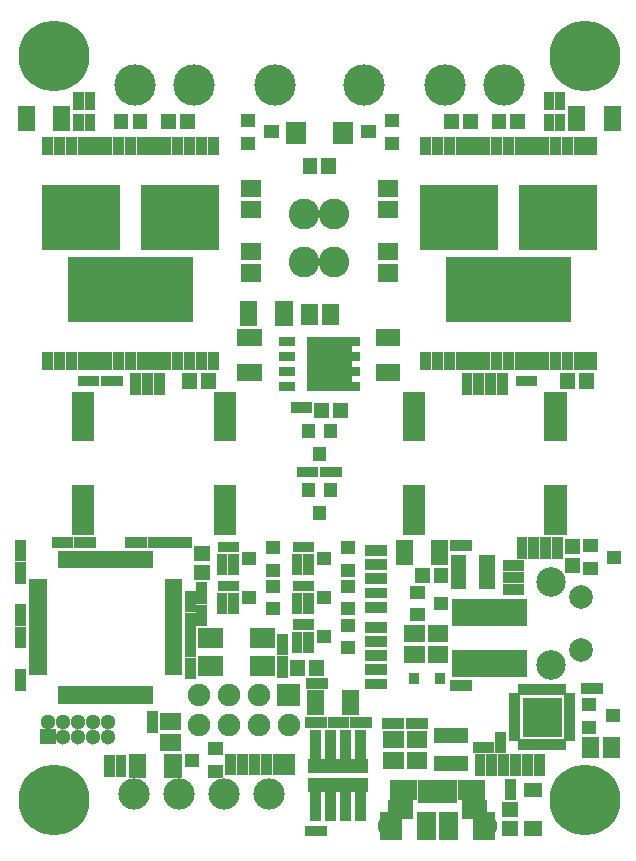
<source format=gbr>
G04 start of page 9 for group -4063 idx -4063 *
G04 Title: (unknown), componentmask *
G04 Creator: pcb 1.99z *
G04 CreationDate: Sat 29 Jun 2013 11:07:13 GMT UTC *
G04 For: rbarlow *
G04 Format: Gerber/RS-274X *
G04 PCB-Dimensions (mm): 70.00 90.00 *
G04 PCB-Coordinate-Origin: lower left *
%MOMM*%
%FSLAX43Y43*%
%LNTOPMASK*%
%ADD157R,2.300X2.300*%
%ADD156R,0.700X0.700*%
%ADD155R,1.760X1.760*%
%ADD154R,1.650X1.650*%
%ADD153R,1.675X1.675*%
%ADD152R,1.000X1.000*%
%ADD151R,1.925X1.925*%
%ADD150R,1.210X1.210*%
%ADD149R,0.500X0.500*%
%ADD148R,3.300X3.300*%
%ADD147R,1.350X1.350*%
%ADD146R,5.550X5.550*%
%ADD145R,0.900X0.900*%
%ADD144R,0.600X0.600*%
%ADD143R,1.700X1.700*%
%ADD142R,1.100X1.100*%
%ADD141R,1.500X1.500*%
%ADD140R,3.830X3.830*%
%ADD139R,1.900X1.900*%
%ADD138R,1.250X1.250*%
%ADD137R,0.920X0.920*%
%ADD136R,0.950X0.950*%
%ADD135R,0.750X0.750*%
%ADD134R,1.450X1.450*%
%ADD133C,1.300*%
%ADD132C,1.400*%
%ADD131C,2.650*%
%ADD130C,1.900*%
%ADD129C,0.002*%
%ADD128C,2.600*%
%ADD127C,3.500*%
%ADD126C,6.000*%
%ADD125C,2.500*%
%ADD124C,2.000*%
G54D124*X58150Y26150D03*
Y30650D03*
G54D125*X55650Y24900D03*
G54D126*X58500Y13500D03*
G54D125*X55650Y31900D03*
G54D127*X51600Y74000D03*
X46600D03*
X39750D03*
X25400D03*
X20400D03*
G54D128*X37270Y63130D03*
X34730D03*
Y59070D03*
X37270D03*
G54D127*X32250Y74000D03*
G54D126*X13500Y76500D03*
X58500D03*
G54D129*G36*
X32450Y23300D02*Y21400D01*
X34350D01*
Y23300D01*
X32450D01*
G37*
G54D130*X30860Y22350D03*
X28320D03*
X25780D03*
X33400Y19810D03*
X30860D03*
X28320D03*
X25780D03*
G54D131*X24095Y14000D03*
X27905D03*
X31715D03*
G54D130*X41900Y11250D03*
X50100D03*
G54D132*X43575Y14330D03*
X48425D03*
G54D131*X20285Y14000D03*
G54D126*X13500Y13500D03*
G54D129*G36*
X12383Y19479D02*Y18179D01*
X13683D01*
Y19479D01*
X12383D01*
G37*
G54D133*X13033Y20099D03*
X14303Y18829D03*
Y20099D03*
X15573Y18829D03*
Y20099D03*
X16843Y18829D03*
Y20099D03*
X18113Y18829D03*
Y20099D03*
G54D134*X35150Y54750D02*Y54450D01*
X30000Y54975D02*Y54325D01*
X33000Y54975D02*Y54325D01*
X36950Y54750D02*Y54450D01*
G54D135*X38475Y52265D02*X39025D01*
G54D136*X20000Y50975D02*Y50325D01*
X21000Y50975D02*Y50325D01*
G54D137*X21450Y48251D02*Y48249D01*
Y49151D02*Y49149D01*
X20450Y49151D02*Y49149D01*
Y48251D02*Y48249D01*
G54D136*X22000Y50975D02*Y50325D01*
G54D137*X22450Y49151D02*Y49149D01*
Y48251D02*Y48249D01*
G54D136*X23000Y50975D02*Y50325D01*
X24000Y50975D02*Y50325D01*
X25000Y50975D02*Y50325D01*
X26000Y50975D02*Y50325D01*
G54D138*X25000Y48975D02*Y48925D01*
G54D139*X28000Y47100D02*Y44800D01*
G54D136*X27000Y50975D02*Y50325D01*
G54D138*X26600Y48975D02*Y48925D01*
G54D134*X29725Y52650D02*X30375D01*
X29725Y49650D02*X30375D01*
G54D135*X32970Y52265D02*X33600D01*
X32970Y50995D02*X33600D01*
X32970Y49725D02*X33600D01*
X32970Y48455D02*X33600D01*
G54D140*X36830Y50725D02*Y49995D01*
G54D141*X35835Y51730D02*Y51360D01*
Y49360D02*Y48990D01*
G54D135*X38475Y48455D02*X39025D01*
X38475Y49725D02*X39025D01*
X38475Y50995D02*X39025D01*
G54D141*X37835Y51730D02*Y51360D01*
Y49360D02*Y48990D01*
G54D138*X37800Y46475D02*Y46425D01*
X36200Y46475D02*Y46425D01*
G54D137*X34949Y46700D02*X34951D01*
X34049D02*X34051D01*
G54D142*X35050Y44800D02*Y44700D01*
G54D137*X37449Y41250D02*X37451D01*
X36549D02*X36551D01*
X35449D02*X35451D01*
X34549D02*X34551D01*
G54D142*X36950Y44800D02*Y44700D01*
X36000Y42800D02*Y42700D01*
G54D137*X20899Y35300D02*X20901D01*
X19999D02*X20001D01*
X21949D02*X21951D01*
X22849D02*X22851D01*
G54D143*X30950Y27200D02*X31350D01*
X26550D02*X26950D01*
X26550Y24800D02*X26950D01*
X30950D02*X31350D01*
G54D139*X16000Y47100D02*Y44800D01*
Y39200D02*Y36900D01*
G54D136*Y50975D02*Y50325D01*
X17000Y50975D02*Y50325D01*
G54D137*X15999Y48950D02*X16001D01*
X16899D02*X16901D01*
G54D136*X18000Y50975D02*Y50325D01*
X19000Y50975D02*Y50325D01*
G54D137*X18899Y48950D02*X18901D01*
X17999D02*X18001D01*
X15699Y35300D02*X15701D01*
X14699D02*X14701D01*
X13799D02*X13801D01*
X16599D02*X16601D01*
G54D144*X19150Y34300D02*Y33400D01*
X18650Y34300D02*Y33400D01*
X18150Y34300D02*Y33400D01*
X17650Y34300D02*Y33400D01*
X17150Y34300D02*Y33400D01*
X16650Y34300D02*Y33400D01*
X16150Y34300D02*Y33400D01*
X11700Y31850D02*X12600D01*
X11700Y31350D02*X12600D01*
X11700Y30850D02*X12600D01*
G54D137*X10700Y32251D02*Y32249D01*
Y33151D02*Y33149D01*
Y35051D02*Y35049D01*
Y34151D02*Y34149D01*
G54D144*X11700Y28350D02*X12600D01*
X11700Y27850D02*X12600D01*
X11700Y27350D02*X12600D01*
X11700Y26850D02*X12600D01*
X11700Y26350D02*X12600D01*
G54D137*X10700Y26801D02*Y26799D01*
Y27701D02*Y27699D01*
G54D144*X11700Y25850D02*X12600D01*
X11700Y25350D02*X12600D01*
X11700Y24850D02*X12600D01*
X11700Y24350D02*X12600D01*
G54D137*X10700Y24101D02*Y24099D01*
Y23201D02*Y23199D01*
G54D144*X11700Y30350D02*X12600D01*
X11700Y29850D02*X12600D01*
X11700Y29350D02*X12600D01*
X11700Y28850D02*X12600D01*
G54D137*X10700Y29601D02*Y29599D01*
Y28701D02*Y28699D01*
G54D145*X16575Y71150D02*Y70550D01*
Y72950D02*Y72350D01*
X15625Y72950D02*Y72350D01*
Y71150D02*Y70550D01*
G54D136*X16000Y69175D02*Y68525D01*
G54D134*X11200Y71475D02*Y70825D01*
X14200Y71475D02*Y70825D01*
G54D136*X15000Y69175D02*Y68525D01*
X14000Y69175D02*Y68525D01*
X13000Y69175D02*Y68525D01*
X27000Y69175D02*Y68525D01*
X26000Y69175D02*Y68525D01*
X25000Y69175D02*Y68525D01*
X24000Y69175D02*Y68525D01*
X23000Y69175D02*Y68525D01*
G54D138*X24800Y70925D02*Y70875D01*
X23200Y70925D02*Y70875D01*
G54D136*X13000Y50975D02*Y50325D01*
X14000Y50975D02*Y50325D01*
X15000Y50975D02*Y50325D01*
G54D146*X17475Y56700D02*X22525D01*
G54D147*X20975Y58650D02*X21750D01*
X20975Y56700D02*X21750D01*
X18250D02*X19025D01*
X23700Y58650D02*X24475D01*
X23700Y56700D02*X24475D01*
X15525Y58650D02*X16300D01*
X18250D02*X19025D01*
X15525Y56700D02*X16300D01*
X15525Y54750D02*X16300D01*
X20975D02*X21750D01*
X23700D02*X24475D01*
X18250D02*X19025D01*
G54D134*X30050Y58100D02*X30350D01*
G54D146*X15275Y62800D02*X16325D01*
G54D147*X17925Y64750D02*X18275D01*
X15625D02*X15975D01*
X15625Y62800D02*X15975D01*
X13325Y60850D02*X13675D01*
X13325Y64750D02*X13675D01*
X13325Y62800D02*X13675D01*
X17925D02*X18275D01*
X17925Y60850D02*X18275D01*
X15625D02*X15975D01*
G54D146*X23675Y62800D02*X24725D01*
G54D147*X21725Y64750D02*X22075D01*
X24025D02*X24375D01*
X24025Y62800D02*X24375D01*
X26325Y60850D02*X26675D01*
G54D134*X30050Y59900D02*X30350D01*
G54D147*X26325Y64750D02*X26675D01*
X26325Y62800D02*X26675D01*
X21725D02*X22075D01*
X21725Y60850D02*X22075D01*
X24025D02*X24375D01*
G54D136*X22000Y69175D02*Y68525D01*
X21000Y69175D02*Y68525D01*
X20000Y69175D02*Y68525D01*
X19000Y69175D02*Y68525D01*
G54D138*X20800Y70925D02*Y70875D01*
X19200Y70925D02*Y70875D01*
G54D136*X18000Y69175D02*Y68525D01*
X17000Y69175D02*Y68525D01*
G54D142*X29900Y71000D02*X30000D01*
X29900Y69100D02*X30000D01*
X31900Y70050D02*X32000D01*
G54D143*X34000Y70070D02*Y69830D01*
G54D142*X42100Y71000D02*X42200D01*
X40100Y70050D02*X40200D01*
G54D143*X38000Y70070D02*Y69830D01*
G54D142*X42100Y69100D02*X42200D01*
G54D138*X35200Y67175D02*Y67125D01*
X36800Y67175D02*Y67125D01*
G54D134*X41650Y65250D02*X41950D01*
X41650Y63450D02*X41950D01*
X30050Y65250D02*X30350D01*
X30050Y63450D02*X30350D01*
G54D145*X56375Y71150D02*Y70550D01*
Y72950D02*Y72350D01*
X55425Y72950D02*Y72350D01*
Y71150D02*Y70550D01*
G54D134*X60800Y71475D02*Y70825D01*
X57800Y71475D02*Y70825D01*
G54D136*X59000Y69175D02*Y68525D01*
X58000Y69175D02*Y68525D01*
X57000Y69175D02*Y68525D01*
X56000Y69175D02*Y68525D01*
G54D138*X52800Y70925D02*Y70875D01*
X51200Y70925D02*Y70875D01*
X48800Y70925D02*Y70875D01*
X47200Y70925D02*Y70875D01*
G54D136*X55000Y69175D02*Y68525D01*
X54000Y69175D02*Y68525D01*
X53000Y69175D02*Y68525D01*
X52000Y69175D02*Y68525D01*
X51000Y69175D02*Y68525D01*
X50000Y69175D02*Y68525D01*
X49000Y69175D02*Y68525D01*
X48000Y69175D02*Y68525D01*
X47000Y69175D02*Y68525D01*
X46000Y69175D02*Y68525D01*
X45000Y69175D02*Y68525D01*
G54D144*X52350Y21750D02*X52650D01*
X52350Y21250D02*X52650D01*
X52350Y20750D02*X52650D01*
X52350Y20250D02*X52650D01*
X52350Y19750D02*X52650D01*
X52350Y19250D02*X52650D01*
X52350Y18750D02*X52650D01*
X56600Y18300D02*Y18000D01*
X56100Y18300D02*Y18000D01*
X55600Y18300D02*Y18000D01*
X55100Y18300D02*Y18000D01*
X54600Y18300D02*Y18000D01*
X54100Y18300D02*Y18000D01*
X53600Y18300D02*Y18000D01*
X57050Y19250D02*X57350D01*
X57050Y18750D02*X57350D01*
G54D134*X58950Y18100D02*Y17800D01*
X60750Y18100D02*Y17800D01*
G54D144*X57050Y19750D02*X57350D01*
G54D148*X54850Y20501D02*Y20499D01*
G54D149*X55100Y20650D02*Y20350D01*
X54600Y20650D02*Y20350D01*
X54100Y19650D02*Y19350D01*
X53600Y19650D02*Y19350D01*
X56100Y19650D02*Y19350D01*
X55600Y19650D02*Y19350D01*
X54100Y20650D02*Y20350D01*
X53600Y20650D02*Y20350D01*
X55100Y19650D02*Y19350D01*
X54600Y19650D02*Y19350D01*
G54D144*X57050Y22250D02*X57350D01*
X57050Y21750D02*X57350D01*
X57050Y21250D02*X57350D01*
G54D149*X56100Y21650D02*Y21350D01*
Y20650D02*Y20350D01*
X55600Y21650D02*Y21350D01*
Y20650D02*Y20350D01*
G54D144*X57050Y20750D02*X57350D01*
X57050Y20250D02*X57350D01*
G54D142*X58800Y21550D02*X58900D01*
X58800Y19650D02*X58900D01*
X60800Y20600D02*X60900D01*
G54D138*X52125Y12650D02*X52175D01*
G54D137*X52150Y14801D02*Y14799D01*
Y13901D02*Y13899D01*
G54D150*X53895Y14335D02*X54205D01*
G54D137*X54600Y16001D02*Y15999D01*
Y16901D02*Y16899D01*
X53600Y16001D02*Y15999D01*
Y16901D02*Y16899D01*
X50349Y17900D02*X50351D01*
X49449D02*X49451D01*
X50600Y16901D02*Y16899D01*
Y16001D02*Y15999D01*
X49600Y16001D02*Y15999D01*
Y16901D02*Y16899D01*
X52600Y16001D02*Y15999D01*
Y16901D02*Y16899D01*
X51600Y16901D02*Y16899D01*
Y16001D02*Y15999D01*
G54D138*X52125Y11050D02*X52175D01*
G54D150*X53895Y11065D02*X54205D01*
G54D151*X49937Y11487D02*Y11012D01*
G54D152*X47150Y16700D02*Y16400D01*
X48100Y16700D02*Y16400D01*
G54D153*X46937Y11613D02*Y10887D01*
G54D154*X48887Y12675D02*X49362D01*
G54D155*X48630Y14330D02*X49170D01*
G54D156*X47300Y14800D02*Y13600D01*
X46650Y14800D02*Y13600D01*
X46000Y14800D02*Y13600D01*
X45350Y14800D02*Y13600D01*
X44700Y14800D02*Y13600D01*
G54D137*X39949Y20050D02*X39951D01*
X39049D02*X39051D01*
X38049D02*X38051D01*
X37149D02*X37151D01*
X36149D02*X36151D01*
G54D145*X35695Y13750D02*Y12150D01*
G54D138*X35670Y14750D02*X35720D01*
G54D149*X35695Y14250D02*Y14050D01*
G54D145*X36965Y13750D02*Y12150D01*
G54D138*X36940Y14750D02*X36990D01*
G54D149*X36965Y14250D02*Y14050D01*
G54D145*X38235Y13750D02*Y12150D01*
G54D138*X38210Y14750D02*X38260D01*
G54D149*X38235Y14250D02*Y14050D01*
G54D145*X39505Y13750D02*Y12150D01*
G54D138*X39480Y14750D02*X39530D01*
G54D149*X39505Y14250D02*Y14050D01*
G54D134*X42100Y18600D02*X42400D01*
G54D155*X42830Y14330D02*X43370D01*
G54D153*X45063Y11613D02*Y10887D01*
G54D151*X42063Y11487D02*Y11012D01*
G54D137*X36149Y10850D02*X36151D01*
X35249D02*X35251D01*
G54D154*X42638Y12675D02*X43113D01*
G54D144*X56600Y23000D02*Y22700D01*
G54D137*X59549Y22950D02*X59551D01*
X58649D02*X58651D01*
G54D144*X56100Y23000D02*Y22700D01*
X55600Y23000D02*Y22700D01*
G54D137*X41249Y23300D02*X41251D01*
X40349D02*X40351D01*
G54D144*X55100Y23000D02*Y22700D01*
X54600Y23000D02*Y22700D01*
X54100Y23000D02*Y22700D01*
X53600Y23000D02*Y22700D01*
X53100Y23000D02*Y22700D01*
X52350Y22250D02*X52650D01*
G54D149*X55100Y21650D02*Y21350D01*
X54600Y21650D02*Y21350D01*
X54100Y21650D02*Y21350D01*
X53600Y21650D02*Y21350D01*
G54D144*X53100Y18300D02*Y18000D01*
G54D137*X51350Y17901D02*Y17899D01*
Y18801D02*Y18799D01*
G54D152*X48100Y19100D02*Y18800D01*
X47150Y19100D02*Y18800D01*
X46200Y19100D02*Y18800D01*
Y16700D02*Y16400D01*
G54D139*X44000Y47100D02*Y44800D01*
Y39200D02*Y36900D01*
X56000Y47100D02*Y44800D01*
Y39200D02*Y36900D01*
G54D137*X48500Y48251D02*Y48249D01*
X51500Y48251D02*Y48249D01*
X49500Y48251D02*Y48249D01*
X50500Y48251D02*Y48249D01*
G54D136*X45000Y50975D02*Y50325D01*
X46000Y50975D02*Y50325D01*
X47000Y50975D02*Y50325D01*
X48000Y50975D02*Y50325D01*
G54D134*X41475Y52650D02*X42125D01*
X41475Y49650D02*X42125D01*
G54D136*X49000Y50975D02*Y50325D01*
X50000Y50975D02*Y50325D01*
G54D137*X48500Y49151D02*Y49149D01*
X49500Y49151D02*Y49149D01*
G54D136*X51000Y50975D02*Y50325D01*
G54D137*X51500Y49151D02*Y49149D01*
X50500Y49151D02*Y49149D01*
G54D146*X49475Y56700D02*X54525D01*
G54D147*X52975Y58650D02*X53750D01*
X52975Y56700D02*X53750D01*
X50250D02*X51025D01*
X55700Y58650D02*X56475D01*
X55700Y56700D02*X56475D01*
X47525Y58650D02*X48300D01*
X50250D02*X51025D01*
X47525Y56700D02*X48300D01*
X47525Y54750D02*X48300D01*
X52975D02*X53750D01*
X55700D02*X56475D01*
X50250D02*X51025D01*
G54D134*X41650Y58100D02*X41950D01*
G54D146*X47275Y62800D02*X48325D01*
G54D147*X49925Y64750D02*X50275D01*
X47625D02*X47975D01*
X47625Y62800D02*X47975D01*
X45325Y60850D02*X45675D01*
G54D134*X41650Y59900D02*X41950D01*
G54D147*X45325Y64750D02*X45675D01*
X45325Y62800D02*X45675D01*
X49925D02*X50275D01*
X49925Y60850D02*X50275D01*
X47625D02*X47975D01*
G54D146*X55675Y62800D02*X56725D01*
G54D147*X53725Y64750D02*X54075D01*
X56025D02*X56375D01*
X56025Y62800D02*X56375D01*
X58325Y60850D02*X58675D01*
X58325Y64750D02*X58675D01*
X58325Y62800D02*X58675D01*
X53725D02*X54075D01*
X53725Y60850D02*X54075D01*
X56025D02*X56375D01*
G54D136*X52000Y50975D02*Y50325D01*
X53000Y50975D02*Y50325D01*
X54000Y50975D02*Y50325D01*
X55000Y50975D02*Y50325D01*
X56000Y50975D02*Y50325D01*
X57000Y50975D02*Y50325D01*
X58000Y50975D02*Y50325D01*
X59000Y50975D02*Y50325D01*
G54D138*X58600Y48975D02*Y48925D01*
X57000Y48975D02*Y48925D01*
G54D137*X53999Y48950D02*X54001D01*
X53099D02*X53101D01*
G54D142*X58900Y35000D02*X59000D01*
X60900Y34050D02*X61000D01*
G54D138*X57425Y34950D02*X57475D01*
G54D137*X56150Y34351D02*Y34349D01*
Y35251D02*Y35249D01*
G54D138*X57425Y33350D02*X57475D01*
G54D142*X58900Y33100D02*X59000D01*
G54D137*X53150Y35251D02*Y35249D01*
Y34351D02*Y34349D01*
X55150Y34351D02*Y34349D01*
Y35251D02*Y35249D01*
X54150Y35251D02*Y35249D01*
Y34351D02*Y34349D01*
G54D152*X50050Y33750D02*X50350D01*
G54D137*X51999Y31300D02*X52001D01*
X52899Y32300D02*X52901D01*
G54D152*X50050Y31850D02*X50350D01*
X50050Y32800D02*X50350D01*
G54D137*X51999Y32300D02*X52001D01*
X52899Y33300D02*X52901D01*
X51999D02*X52001D01*
G54D157*X48400Y25050D02*X52400D01*
G54D137*X48449Y23200D02*X48451D01*
X47549D02*X47551D01*
G54D134*X43900Y27600D02*X44200D01*
X43900Y25800D02*X44200D01*
X45900Y27600D02*X46200D01*
X45900Y25800D02*X46200D01*
G54D137*X41249Y25700D02*X41251D01*
X41249Y26900D02*X41251D01*
X41249Y24500D02*X41251D01*
X52899Y31300D02*X52901D01*
G54D157*X48400Y29350D02*X52400D01*
G54D142*X44250Y31050D02*X44350D01*
G54D137*X41249Y32200D02*X41251D01*
X41249Y31000D02*X41251D01*
G54D142*X44250Y29150D02*X44350D01*
X46250Y30100D02*X46350D01*
G54D137*X41249Y28100D02*X41251D01*
X41249Y29800D02*X41251D01*
X41249Y33400D02*X41251D01*
G54D152*X47650Y33750D02*X47950D01*
G54D137*X47549Y35050D02*X47551D01*
X48449D02*X48451D01*
G54D134*X46200Y34725D02*Y34075D01*
X43200Y34725D02*Y34075D01*
G54D152*X47650Y32800D02*X47950D01*
X47650Y31850D02*X47950D01*
G54D138*X44700Y32525D02*Y32475D01*
X46300Y32525D02*Y32475D01*
G54D137*X41249Y34600D02*X41251D01*
G54D139*X28000Y39200D02*Y36900D01*
G54D137*X27750Y32951D02*Y32949D01*
Y33851D02*Y33849D01*
X28750Y32951D02*Y32949D01*
Y33851D02*Y33849D01*
X28749Y31600D02*X28751D01*
X28750Y29651D02*Y29649D01*
Y30551D02*Y30549D01*
X27849Y34900D02*X27851D01*
X28749D02*X28751D01*
G54D144*X23200Y28850D02*X24100D01*
X23200Y29350D02*X24100D01*
X23200Y29850D02*X24100D01*
X23200Y30350D02*X24100D01*
X23200Y30850D02*X24100D01*
X23200Y31350D02*X24100D01*
X23200Y31850D02*X24100D01*
X21650Y34300D02*Y33400D01*
X21150Y34300D02*Y33400D01*
X20650Y34300D02*Y33400D01*
X20150Y34300D02*Y33400D01*
X19650Y34300D02*Y33400D01*
G54D142*X36350Y27300D02*X36450D01*
X36350Y30600D02*X36450D01*
X38350Y29650D02*X38450D01*
G54D137*X35100Y29651D02*Y29649D01*
Y30551D02*Y30549D01*
X34100Y29651D02*Y29649D01*
Y30551D02*Y30549D01*
G54D142*X32000Y29650D02*X32100D01*
X38350Y31550D02*X38450D01*
G54D137*X34199Y31600D02*X34201D01*
X35099D02*X35101D01*
G54D142*X32000Y32950D02*X32100D01*
X32000Y34850D02*X32100D01*
X30000Y33900D02*X30100D01*
X32000Y31550D02*X32100D01*
X30000Y30600D02*X30100D01*
G54D144*X15650Y34300D02*Y33400D01*
X15150Y34300D02*Y33400D01*
X14650Y34300D02*Y33400D01*
X14150Y34300D02*Y33400D01*
Y22800D02*Y21900D01*
X14650Y22800D02*Y21900D01*
X15150Y22800D02*Y21900D01*
X15650Y22800D02*Y21900D01*
X16150Y22800D02*Y21900D01*
X16650Y22800D02*Y21900D01*
X17150Y22800D02*Y21900D01*
X17650Y22800D02*Y21900D01*
X18150Y22800D02*Y21900D01*
X18650Y22800D02*Y21900D01*
X19150Y22800D02*Y21900D01*
X19650Y22800D02*Y21900D01*
X20150Y22800D02*Y21900D01*
X20650Y22800D02*Y21900D01*
X21150Y22800D02*Y21900D01*
X21650Y22800D02*Y21900D01*
G54D137*X19200Y15901D02*Y15899D01*
Y16801D02*Y16799D01*
X18200Y16801D02*Y16799D01*
Y15901D02*Y15899D01*
G54D142*X36950Y39800D02*Y39700D01*
X35050Y39800D02*Y39700D01*
X36000Y37800D02*Y37700D01*
X38350Y34850D02*X38450D01*
X36350Y33900D02*X36450D01*
G54D137*X35100Y32951D02*Y32949D01*
Y33851D02*Y33849D01*
X34100Y32951D02*Y32949D01*
Y33851D02*Y33849D01*
X34199Y34900D02*X34201D01*
X35099D02*X35101D01*
G54D138*X26025Y34350D02*X26075D01*
X26025Y32750D02*X26075D01*
G54D137*X24749Y35300D02*X24751D01*
X23849D02*X23851D01*
X25050Y29851D02*Y29849D01*
Y30751D02*Y30749D01*
X26050Y30551D02*Y30549D01*
Y31451D02*Y31449D01*
X34199Y28300D02*X34201D01*
X35099D02*X35101D01*
G54D142*X38350Y32950D02*X38450D01*
X38350Y28250D02*X38450D01*
G54D137*X40349Y28100D02*X40351D01*
X40349Y32200D02*X40351D01*
X40349Y31000D02*X40351D01*
X40349Y29800D02*X40351D01*
X40349Y33400D02*X40351D01*
X40349Y34600D02*X40351D01*
X25050Y27951D02*Y27949D01*
G54D144*X23200Y24350D02*X24100D01*
X23200Y24850D02*X24100D01*
X23200Y25350D02*X24100D01*
X23200Y25850D02*X24100D01*
X23200Y26350D02*X24100D01*
X23200Y26850D02*X24100D01*
X23200Y27350D02*X24100D01*
X23200Y27850D02*X24100D01*
X23200Y28350D02*X24100D01*
G54D134*X23600Y16675D02*Y16025D01*
X20600Y16675D02*Y16025D01*
X23250Y18350D02*X23550D01*
X23250Y20150D02*X23550D01*
G54D137*X21900Y19651D02*Y19649D01*
Y20551D02*Y20549D01*
X25050Y28851D02*Y28849D01*
G54D142*X27150Y15900D02*X27250D01*
X27150Y17800D02*X27250D01*
X25150Y16850D02*X25250D01*
G54D137*X25050Y24151D02*Y24149D01*
Y25051D02*Y25049D01*
Y26051D02*Y26049D01*
Y26951D02*Y26949D01*
X26050Y28651D02*Y28649D01*
Y29551D02*Y29549D01*
X27750Y29651D02*Y29649D01*
Y30551D02*Y30549D01*
X27849Y31600D02*X27851D01*
X28500Y16951D02*Y16949D01*
Y16051D02*Y16049D01*
X32850Y25201D02*Y25199D01*
Y26201D02*Y26199D01*
Y27101D02*Y27099D01*
X35100Y26351D02*Y26349D01*
Y27251D02*Y27249D01*
X34100Y26351D02*Y26349D01*
Y27251D02*Y27249D01*
G54D142*X38350Y26350D02*X38450D01*
G54D137*X40349Y25700D02*X40351D01*
X40349Y26900D02*X40351D01*
X40349Y24500D02*X40351D01*
X35249Y20050D02*X35251D01*
G54D134*X35650Y22025D02*Y21375D01*
G54D137*X36249Y23350D02*X36251D01*
X35349D02*X35351D01*
G54D138*X35750Y24675D02*Y24625D01*
X34150Y24675D02*Y24625D01*
G54D137*X32850Y24301D02*Y24299D01*
X31500Y16051D02*Y16049D01*
X29500Y16051D02*Y16049D01*
X30500Y16051D02*Y16049D01*
X31500Y16951D02*Y16949D01*
X29500Y16951D02*Y16949D01*
X30500Y16951D02*Y16949D01*
X32500Y16951D02*Y16949D01*
Y16051D02*Y16049D01*
X33500Y16951D02*Y16949D01*
Y16051D02*Y16049D01*
G54D145*X46199Y23750D02*X46201D01*
X43999D02*X44001D01*
G54D137*X43799Y19950D02*X43801D01*
X44699D02*X44701D01*
G54D134*X44100Y16800D02*X44400D01*
X44100Y18600D02*X44400D01*
X38650Y22025D02*Y21375D01*
G54D145*X38235Y18950D02*Y17350D01*
X36965Y18950D02*Y17350D01*
X35695Y18950D02*Y17350D01*
G54D138*X35670Y16350D02*X35720D01*
G54D149*X35695Y17050D02*Y16850D01*
G54D138*X36940Y16350D02*X36990D01*
G54D149*X36965Y17050D02*Y16850D01*
G54D138*X38210Y16350D02*X38260D01*
X39480D02*X39530D01*
G54D149*X39505Y17050D02*Y16850D01*
X38235Y17050D02*Y16850D01*
G54D145*X39505Y18950D02*Y17350D01*
G54D137*X41799Y19950D02*X41801D01*
X42699D02*X42701D01*
G54D134*X42100Y16800D02*X42400D01*
M02*

</source>
